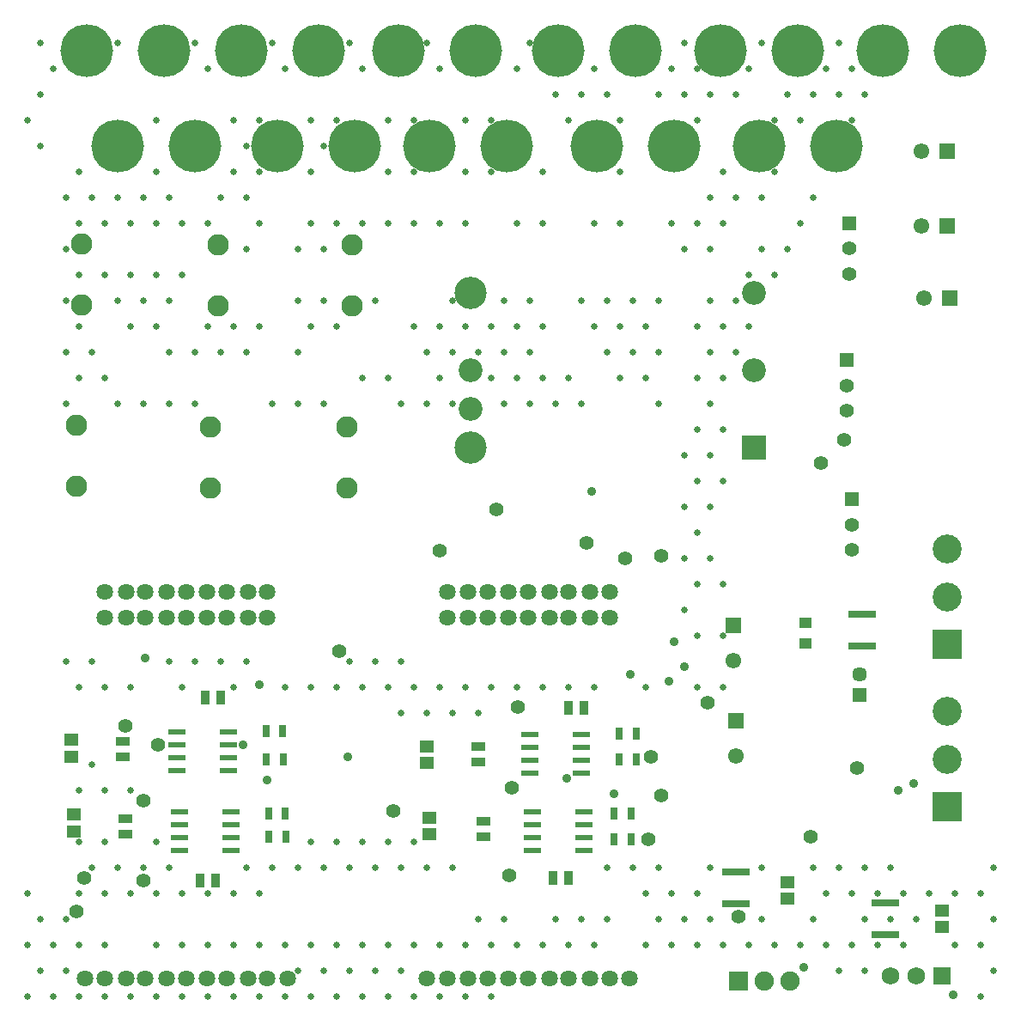
<source format=gts>
G04*
G04 #@! TF.GenerationSoftware,Altium Limited,Altium Designer,22.10.1 (41)*
G04*
G04 Layer_Color=8388736*
%FSLAX44Y44*%
%MOMM*%
G71*
G04*
G04 #@! TF.SameCoordinates,E145AED0-6931-4EEB-B232-2A21EE6FFB4C*
G04*
G04*
G04 #@! TF.FilePolarity,Negative*
G04*
G01*
G75*
%ADD17R,1.4562X1.2546*%
%ADD18R,1.3500X0.9500*%
%ADD19R,0.7587X1.3082*%
%ADD20R,1.8161X0.5588*%
%ADD21R,0.9500X1.3500*%
%ADD22R,2.7042X0.7531*%
%ADD23R,1.2500X1.0000*%
%ADD24C,2.3550*%
%ADD25C,3.1800*%
%ADD26R,2.3550X2.3550*%
%ADD27C,2.8500*%
%ADD28R,2.8500X2.8500*%
%ADD29C,0.1500*%
%ADD30C,2.1082*%
%ADD31C,5.2070*%
%ADD32R,1.7500X1.7500*%
%ADD33C,1.7500*%
%ADD34C,1.4000*%
%ADD35R,1.4000X1.4000*%
%ADD36C,1.5500*%
%ADD37R,1.5500X1.5500*%
%ADD38C,1.4500*%
%ADD39R,1.4500X1.4500*%
%ADD40R,1.5500X1.5500*%
%ADD41C,1.5500*%
%ADD42C,1.6270*%
%ADD43R,1.9050X1.9050*%
%ADD44C,1.9050*%
%ADD45C,1.4200*%
%ADD46C,0.6580*%
%ADD47C,0.9120*%
D17*
X68580Y278136D02*
D03*
Y261620D02*
D03*
X71120Y204476D02*
D03*
Y187960D02*
D03*
X419100Y255264D02*
D03*
Y271780D02*
D03*
X421640Y201298D02*
D03*
Y184782D02*
D03*
X927100Y109858D02*
D03*
Y93342D02*
D03*
X774700Y137798D02*
D03*
Y121282D02*
D03*
D18*
X119380Y276740D02*
D03*
Y261740D02*
D03*
X121920Y200420D02*
D03*
Y185420D02*
D03*
X469900Y256660D02*
D03*
Y271660D02*
D03*
X474980Y198000D02*
D03*
Y183000D02*
D03*
D19*
X608953Y284480D02*
D03*
X262866Y205740D02*
D03*
X260326Y287020D02*
D03*
X620407Y205740D02*
D03*
X603873D02*
D03*
X625487Y284480D02*
D03*
X279400Y205740D02*
D03*
X276860Y287020D02*
D03*
X603873Y180340D02*
D03*
X620407D02*
D03*
X608953Y259080D02*
D03*
X625487D02*
D03*
X263513Y182880D02*
D03*
X280047D02*
D03*
X260973Y259080D02*
D03*
X277507D02*
D03*
D20*
X571563Y283210D02*
D03*
X226124Y207010D02*
D03*
X223584Y285750D02*
D03*
Y273050D02*
D03*
Y260350D02*
D03*
Y247650D02*
D03*
X172656D02*
D03*
Y260350D02*
D03*
Y273050D02*
D03*
Y285750D02*
D03*
X571563Y270510D02*
D03*
Y257810D02*
D03*
Y245110D02*
D03*
X520636D02*
D03*
Y257810D02*
D03*
Y270510D02*
D03*
Y283210D02*
D03*
X574104Y207010D02*
D03*
Y194310D02*
D03*
Y181610D02*
D03*
Y168910D02*
D03*
X523176D02*
D03*
Y181610D02*
D03*
Y194310D02*
D03*
Y207010D02*
D03*
X226124Y194310D02*
D03*
Y181610D02*
D03*
Y168910D02*
D03*
X175196D02*
D03*
Y181610D02*
D03*
Y194310D02*
D03*
Y207010D02*
D03*
D21*
X543800Y142240D02*
D03*
X558800D02*
D03*
X573920Y309880D02*
D03*
X558920D02*
D03*
X195700Y139700D02*
D03*
X210700D02*
D03*
X215660Y320040D02*
D03*
X200660D02*
D03*
D22*
X871220Y117350D02*
D03*
Y85850D02*
D03*
X848360Y370330D02*
D03*
Y401830D02*
D03*
X723900Y147830D02*
D03*
Y116330D02*
D03*
D23*
X792480Y373540D02*
D03*
Y393540D02*
D03*
D24*
X462280Y604570D02*
D03*
Y642670D02*
D03*
X741680Y718870D02*
D03*
Y642670D02*
D03*
D25*
X462280Y566470D02*
D03*
Y718870D02*
D03*
D26*
X741680Y566470D02*
D03*
D27*
X932180Y466100D02*
D03*
Y419100D02*
D03*
Y306080D02*
D03*
Y259080D02*
D03*
D28*
Y372100D02*
D03*
Y212080D02*
D03*
D29*
X27940Y937260D02*
D03*
X972820Y647700D02*
D03*
X347980Y469900D02*
D03*
X911860Y149860D02*
D03*
D30*
X340360Y586740D02*
D03*
Y526796D02*
D03*
X205740Y586740D02*
D03*
Y526796D02*
D03*
X73660Y588264D02*
D03*
Y528320D02*
D03*
X345440Y766064D02*
D03*
Y706120D02*
D03*
X213360Y766064D02*
D03*
Y706120D02*
D03*
X78740Y767080D02*
D03*
Y707136D02*
D03*
D31*
X497840Y863600D02*
D03*
X421640D02*
D03*
X868680Y957580D02*
D03*
X944880D02*
D03*
X347980Y863600D02*
D03*
X271780D02*
D03*
X114300D02*
D03*
X190500D02*
D03*
X784860Y957580D02*
D03*
X708660D02*
D03*
X586740Y863600D02*
D03*
X662940D02*
D03*
X822960D02*
D03*
X746760D02*
D03*
X83434Y957580D02*
D03*
X159634D02*
D03*
X312420D02*
D03*
X236220D02*
D03*
X391160D02*
D03*
X467360D02*
D03*
X624840D02*
D03*
X548640D02*
D03*
D32*
X927100Y45720D02*
D03*
D33*
X901700D02*
D03*
X876300D02*
D03*
D34*
X833290Y602380D02*
D03*
Y627380D02*
D03*
X838200Y465220D02*
D03*
Y490220D02*
D03*
X835660Y737400D02*
D03*
Y762400D02*
D03*
D35*
X833290Y652380D02*
D03*
X838200Y515220D02*
D03*
X835660Y787400D02*
D03*
D36*
X906980Y784690D02*
D03*
Y858350D02*
D03*
X909520Y713570D02*
D03*
D37*
X931980Y784690D02*
D03*
Y858350D02*
D03*
X934520Y713570D02*
D03*
D38*
X845820Y342740D02*
D03*
D39*
Y322740D02*
D03*
D40*
X723900Y296900D02*
D03*
X721360Y390880D02*
D03*
D41*
X723900Y261900D02*
D03*
X721360Y355880D02*
D03*
D42*
X202420Y398780D02*
D03*
X181620D02*
D03*
X162420D02*
D03*
X141620D02*
D03*
X122420D02*
D03*
X101620D02*
D03*
X221620Y424180D02*
D03*
X202420D02*
D03*
X181620D02*
D03*
X162420D02*
D03*
X141620D02*
D03*
X122420D02*
D03*
X101620D02*
D03*
X81620Y43180D02*
D03*
X281620D02*
D03*
X101620D02*
D03*
X261620D02*
D03*
X242420D02*
D03*
X221620D02*
D03*
X202420D02*
D03*
X181620D02*
D03*
X162420D02*
D03*
X141620D02*
D03*
X122420D02*
D03*
X242420Y398780D02*
D03*
X221620D02*
D03*
X242420Y424180D02*
D03*
X261620D02*
D03*
Y398780D02*
D03*
X539740D02*
D03*
X518940D02*
D03*
X499740D02*
D03*
X478940D02*
D03*
X459740D02*
D03*
X438940D02*
D03*
X558940Y424180D02*
D03*
X539740D02*
D03*
X518940D02*
D03*
X499740D02*
D03*
X478940D02*
D03*
X459740D02*
D03*
X438940D02*
D03*
X418940Y43180D02*
D03*
X618940D02*
D03*
X438940D02*
D03*
X598940D02*
D03*
X579740D02*
D03*
X558940D02*
D03*
X539740D02*
D03*
X518940D02*
D03*
X499740D02*
D03*
X478940D02*
D03*
X459740D02*
D03*
X579740Y398780D02*
D03*
X558940D02*
D03*
X579740Y424180D02*
D03*
X598940D02*
D03*
Y398780D02*
D03*
D43*
X726440Y40640D02*
D03*
D44*
X751840D02*
D03*
X777240D02*
D03*
D45*
X830580Y574040D02*
D03*
X807720Y551180D02*
D03*
X500380Y144780D02*
D03*
X637415Y180340D02*
D03*
X502920Y231140D02*
D03*
X386080Y208280D02*
D03*
X139940Y218440D02*
D03*
X650240Y223520D02*
D03*
X640080Y261112D02*
D03*
X842712Y250200D02*
D03*
X726440Y104140D02*
D03*
X797560Y182880D02*
D03*
X650240Y459740D02*
D03*
X614680Y457200D02*
D03*
X576580Y472440D02*
D03*
X487680Y505460D02*
D03*
X431800Y464820D02*
D03*
X332740Y365760D02*
D03*
X81280Y142240D02*
D03*
X139700Y139700D02*
D03*
X73660Y109220D02*
D03*
X121654Y292100D02*
D03*
X154178Y273050D02*
D03*
X695960Y314960D02*
D03*
X509057Y310817D02*
D03*
D46*
X977900Y152400D02*
D03*
X965200Y127000D02*
D03*
X977900Y101600D02*
D03*
X965200Y76200D02*
D03*
X977900Y50800D02*
D03*
X965200Y25400D02*
D03*
X939800Y127000D02*
D03*
Y76200D02*
D03*
X914400Y127000D02*
D03*
X889000D02*
D03*
X901700Y101600D02*
D03*
X889000Y76200D02*
D03*
X876300Y152400D02*
D03*
X863600Y127000D02*
D03*
X876300Y101600D02*
D03*
X863600Y76200D02*
D03*
X838200Y939800D02*
D03*
X850900Y914400D02*
D03*
X838200Y889000D02*
D03*
X850900Y152400D02*
D03*
X838200Y127000D02*
D03*
X850900Y101600D02*
D03*
X838200Y76200D02*
D03*
X850900Y50800D02*
D03*
X825500Y965200D02*
D03*
X812800Y939800D02*
D03*
X825500Y914400D02*
D03*
Y152400D02*
D03*
X812800Y127000D02*
D03*
Y76200D02*
D03*
X825500Y50800D02*
D03*
X800100Y914400D02*
D03*
X787400Y889000D02*
D03*
X800100Y812800D02*
D03*
X787400Y787400D02*
D03*
X800100Y152400D02*
D03*
Y101600D02*
D03*
X787400Y76200D02*
D03*
X774700Y914400D02*
D03*
X762000Y889000D02*
D03*
Y838200D02*
D03*
X774700Y762000D02*
D03*
X762000Y736600D02*
D03*
Y76200D02*
D03*
X749300Y965200D02*
D03*
X736600Y939800D02*
D03*
X749300Y812800D02*
D03*
Y762000D02*
D03*
X736600Y736600D02*
D03*
Y685800D02*
D03*
X749300Y152400D02*
D03*
Y101600D02*
D03*
X736600Y76200D02*
D03*
X723900Y914400D02*
D03*
X711200Y838200D02*
D03*
X723900Y812800D02*
D03*
X711200Y787400D02*
D03*
X723900Y711200D02*
D03*
X711200Y685800D02*
D03*
X723900Y660400D02*
D03*
X711200Y635000D02*
D03*
Y584200D02*
D03*
Y533400D02*
D03*
Y431800D02*
D03*
Y381000D02*
D03*
Y330200D02*
D03*
Y76200D02*
D03*
X685800Y939800D02*
D03*
X698500Y914400D02*
D03*
X685800Y889000D02*
D03*
X698500Y812800D02*
D03*
X685800Y787400D02*
D03*
X698500Y762000D02*
D03*
Y711200D02*
D03*
X685800Y685800D02*
D03*
X698500Y660400D02*
D03*
X685800Y635000D02*
D03*
X698500Y609600D02*
D03*
X685800Y584200D02*
D03*
X698500Y558800D02*
D03*
X685800Y533400D02*
D03*
X698500Y508000D02*
D03*
X685800Y482600D02*
D03*
X698500Y457200D02*
D03*
X685800Y431800D02*
D03*
Y381000D02*
D03*
Y330200D02*
D03*
X698500Y152400D02*
D03*
X685800Y127000D02*
D03*
X698500Y101600D02*
D03*
X685800Y76200D02*
D03*
X673100Y965200D02*
D03*
X660400Y939800D02*
D03*
X673100Y914400D02*
D03*
X660400Y787400D02*
D03*
X673100Y762000D02*
D03*
Y558800D02*
D03*
Y508000D02*
D03*
Y457200D02*
D03*
Y406400D02*
D03*
X660400Y127000D02*
D03*
X673100Y101600D02*
D03*
X660400Y76200D02*
D03*
X647700Y914400D02*
D03*
Y711200D02*
D03*
X635000Y685800D02*
D03*
X647700Y660400D02*
D03*
X635000Y635000D02*
D03*
X647700Y609600D02*
D03*
X635000Y330200D02*
D03*
X647700Y152400D02*
D03*
X635000Y127000D02*
D03*
X647700Y101600D02*
D03*
X635000Y76200D02*
D03*
X609600Y889000D02*
D03*
Y838200D02*
D03*
Y787400D02*
D03*
X622300Y711200D02*
D03*
X609600Y685800D02*
D03*
X622300Y660400D02*
D03*
X609600Y635000D02*
D03*
X622300Y152400D02*
D03*
X584200Y939800D02*
D03*
X596900Y914400D02*
D03*
X584200Y787400D02*
D03*
X596900Y711200D02*
D03*
X584200Y685800D02*
D03*
X596900Y660400D02*
D03*
X584200Y330200D02*
D03*
X596900Y152400D02*
D03*
Y101600D02*
D03*
X584200Y76200D02*
D03*
X571500Y914400D02*
D03*
X558800Y889000D02*
D03*
X571500Y711200D02*
D03*
X558800Y635000D02*
D03*
X571500Y609600D02*
D03*
X558800Y330200D02*
D03*
X571500Y101600D02*
D03*
X558800Y76200D02*
D03*
X546100Y914400D02*
D03*
X533400Y838200D02*
D03*
Y787400D02*
D03*
Y685800D02*
D03*
Y635000D02*
D03*
X546100Y609600D02*
D03*
X533400Y330200D02*
D03*
X546100Y101600D02*
D03*
X533400Y76200D02*
D03*
X520700Y965200D02*
D03*
X508000Y939800D02*
D03*
Y787400D02*
D03*
X520700Y711200D02*
D03*
X508000Y685800D02*
D03*
X520700Y660400D02*
D03*
X508000Y635000D02*
D03*
X520700Y609600D02*
D03*
X508000Y330200D02*
D03*
Y76200D02*
D03*
X482600Y889000D02*
D03*
Y838200D02*
D03*
X495300Y711200D02*
D03*
X482600Y685800D02*
D03*
X495300Y660400D02*
D03*
X482600Y635000D02*
D03*
X495300Y609600D02*
D03*
X482600Y330200D02*
D03*
X495300Y101600D02*
D03*
X482600Y76200D02*
D03*
Y25400D02*
D03*
X457200Y889000D02*
D03*
Y838200D02*
D03*
Y787400D02*
D03*
Y685800D02*
D03*
X469900Y660400D02*
D03*
X457200Y330200D02*
D03*
X469900Y304800D02*
D03*
Y101600D02*
D03*
X457200Y76200D02*
D03*
Y25400D02*
D03*
X431800Y939800D02*
D03*
Y787400D02*
D03*
X444500Y711200D02*
D03*
X431800Y685800D02*
D03*
X444500Y660400D02*
D03*
X431800Y635000D02*
D03*
X444500Y609600D02*
D03*
X431800Y330200D02*
D03*
X444500Y304800D02*
D03*
Y152400D02*
D03*
X431800Y76200D02*
D03*
Y25400D02*
D03*
X419100Y965200D02*
D03*
X406400Y889000D02*
D03*
Y838200D02*
D03*
Y787400D02*
D03*
Y685800D02*
D03*
X419100Y660400D02*
D03*
Y609600D02*
D03*
X406400Y330200D02*
D03*
X419100Y304800D02*
D03*
X406400Y177800D02*
D03*
X419100Y152400D02*
D03*
X406400Y76200D02*
D03*
Y25400D02*
D03*
X381000Y889000D02*
D03*
Y838200D02*
D03*
Y787400D02*
D03*
Y635000D02*
D03*
X393700Y609600D02*
D03*
Y355600D02*
D03*
X381000Y330200D02*
D03*
X393700Y304800D02*
D03*
X381000Y177800D02*
D03*
X393700Y152400D02*
D03*
X381000Y76200D02*
D03*
X393700Y50800D02*
D03*
X381000Y25400D02*
D03*
X355600Y939800D02*
D03*
Y787400D02*
D03*
X368300Y711200D02*
D03*
X355600Y635000D02*
D03*
X368300Y355600D02*
D03*
X355600Y330200D02*
D03*
Y177800D02*
D03*
X368300Y152400D02*
D03*
X355600Y76200D02*
D03*
X368300Y50800D02*
D03*
X355600Y25400D02*
D03*
X342900Y965200D02*
D03*
X330200Y889000D02*
D03*
Y787400D02*
D03*
Y685800D02*
D03*
X342900Y355600D02*
D03*
X330200Y330200D02*
D03*
Y177800D02*
D03*
X342900Y152400D02*
D03*
X330200Y76200D02*
D03*
X342900Y50800D02*
D03*
X330200Y25400D02*
D03*
X304800Y889000D02*
D03*
X317500Y863600D02*
D03*
X304800Y838200D02*
D03*
Y787400D02*
D03*
X317500Y762000D02*
D03*
Y711200D02*
D03*
X304800Y685800D02*
D03*
X317500Y609600D02*
D03*
X304800Y330200D02*
D03*
Y177800D02*
D03*
X317500Y152400D02*
D03*
X304800Y76200D02*
D03*
X317500Y50800D02*
D03*
X304800Y25400D02*
D03*
X279400Y939800D02*
D03*
X292100Y762000D02*
D03*
Y711200D02*
D03*
Y660400D02*
D03*
Y609600D02*
D03*
X279400Y330200D02*
D03*
X292100Y152400D02*
D03*
X279400Y76200D02*
D03*
X292100Y50800D02*
D03*
X279400Y25400D02*
D03*
X266700Y965200D02*
D03*
X254000Y889000D02*
D03*
Y838200D02*
D03*
Y787400D02*
D03*
Y685800D02*
D03*
X266700Y609600D02*
D03*
Y152400D02*
D03*
X254000Y127000D02*
D03*
Y76200D02*
D03*
Y25400D02*
D03*
X228600Y889000D02*
D03*
X241300Y863600D02*
D03*
X228600Y838200D02*
D03*
X241300Y812800D02*
D03*
Y762000D02*
D03*
X228600Y685800D02*
D03*
X241300Y660400D02*
D03*
Y355600D02*
D03*
X228600Y330200D02*
D03*
X241300Y152400D02*
D03*
X228600Y127000D02*
D03*
Y76200D02*
D03*
Y25400D02*
D03*
X203200Y939800D02*
D03*
X215900Y812800D02*
D03*
X203200Y787400D02*
D03*
Y685800D02*
D03*
X215900Y660400D02*
D03*
Y355600D02*
D03*
X203200Y127000D02*
D03*
Y76200D02*
D03*
Y25400D02*
D03*
X190500Y965200D02*
D03*
X177800Y787400D02*
D03*
Y736600D02*
D03*
X190500Y660400D02*
D03*
Y609600D02*
D03*
Y355600D02*
D03*
X177800Y330200D02*
D03*
Y127000D02*
D03*
Y76200D02*
D03*
Y25400D02*
D03*
X152400Y889000D02*
D03*
Y838200D02*
D03*
X165100Y812800D02*
D03*
X152400Y787400D02*
D03*
Y736600D02*
D03*
X165100Y711200D02*
D03*
X152400Y685800D02*
D03*
X165100Y660400D02*
D03*
Y609600D02*
D03*
Y355600D02*
D03*
X152400Y177800D02*
D03*
X165100Y152400D02*
D03*
X152400Y127000D02*
D03*
Y76200D02*
D03*
Y25400D02*
D03*
X139700Y812800D02*
D03*
X127000Y787400D02*
D03*
Y736600D02*
D03*
X139700Y711200D02*
D03*
X127000Y685800D02*
D03*
X139700Y609600D02*
D03*
X127000Y330200D02*
D03*
Y228600D02*
D03*
X139700Y152400D02*
D03*
X127000Y127000D02*
D03*
Y25400D02*
D03*
X114300Y965200D02*
D03*
Y812800D02*
D03*
X101600Y787400D02*
D03*
Y736600D02*
D03*
X114300Y711200D02*
D03*
X101600Y635000D02*
D03*
X114300Y609600D02*
D03*
X101600Y330200D02*
D03*
Y228600D02*
D03*
Y177800D02*
D03*
X114300Y152400D02*
D03*
X101600Y127000D02*
D03*
Y76200D02*
D03*
Y25400D02*
D03*
X76200Y838200D02*
D03*
X88900Y812800D02*
D03*
X76200Y787400D02*
D03*
Y736600D02*
D03*
Y685800D02*
D03*
X88900Y660400D02*
D03*
X76200Y635000D02*
D03*
X88900Y355600D02*
D03*
X76200Y330200D02*
D03*
X88900Y254000D02*
D03*
X76200Y228600D02*
D03*
Y177800D02*
D03*
X88900Y152400D02*
D03*
X76200Y127000D02*
D03*
Y76200D02*
D03*
Y25400D02*
D03*
X50800Y939800D02*
D03*
X63500Y812800D02*
D03*
Y762000D02*
D03*
Y711200D02*
D03*
Y660400D02*
D03*
Y609600D02*
D03*
Y355600D02*
D03*
Y101600D02*
D03*
X50800Y76200D02*
D03*
X63500Y50800D02*
D03*
X50800Y25400D02*
D03*
X38100Y965200D02*
D03*
Y914400D02*
D03*
X25400Y889000D02*
D03*
X38100Y863600D02*
D03*
X25400Y127000D02*
D03*
X38100Y101600D02*
D03*
X25400Y76200D02*
D03*
X38100Y50800D02*
D03*
X25400Y25400D02*
D03*
D47*
X261620Y238760D02*
D03*
X340614Y261239D02*
D03*
X657860Y336042D02*
D03*
X556514Y240284D02*
D03*
X790448Y53848D02*
D03*
X937768Y26924D02*
D03*
X140970Y358648D02*
D03*
X603873Y224651D02*
D03*
X883412Y228346D02*
D03*
X898652Y235204D02*
D03*
X672592Y350012D02*
D03*
X254000Y332740D02*
D03*
X662432Y374650D02*
D03*
X619760Y342900D02*
D03*
X237744Y273050D02*
D03*
X581406Y522986D02*
D03*
M02*

</source>
